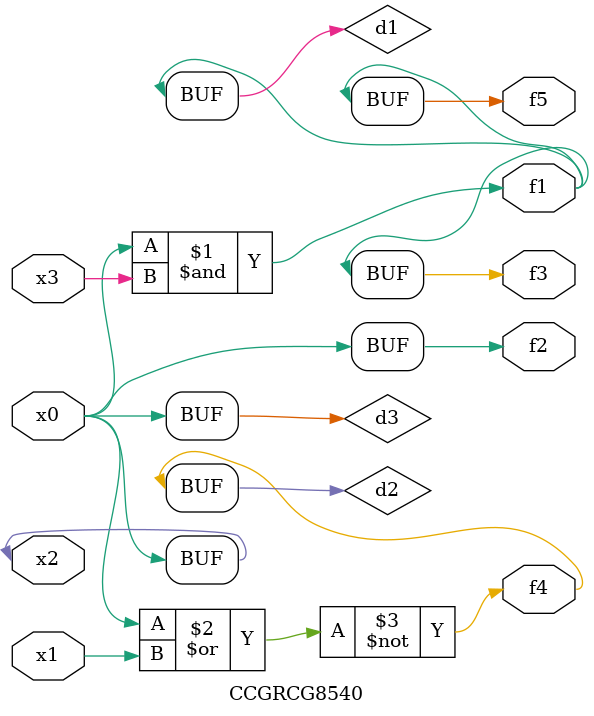
<source format=v>
module CCGRCG8540(
	input x0, x1, x2, x3,
	output f1, f2, f3, f4, f5
);

	wire d1, d2, d3;

	and (d1, x2, x3);
	nor (d2, x0, x1);
	buf (d3, x0, x2);
	assign f1 = d1;
	assign f2 = d3;
	assign f3 = d1;
	assign f4 = d2;
	assign f5 = d1;
endmodule

</source>
